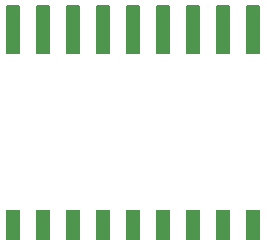
<source format=gbp>
G04 #@! TF.GenerationSoftware,KiCad,Pcbnew,8.0.7*
G04 #@! TF.CreationDate,2025-07-02T20:48:29-04:00*
G04 #@! TF.ProjectId,ESP32_laptop-midi,45535033-325f-46c6-9170-746f702d6d69,rev?*
G04 #@! TF.SameCoordinates,Original*
G04 #@! TF.FileFunction,Paste,Bot*
G04 #@! TF.FilePolarity,Positive*
%FSLAX46Y46*%
G04 Gerber Fmt 4.6, Leading zero omitted, Abs format (unit mm)*
G04 Created by KiCad (PCBNEW 8.0.7) date 2025-07-02 20:48:29*
%MOMM*%
%LPD*%
G01*
G04 APERTURE LIST*
G04 Aperture macros list*
%AMFreePoly0*
4,1,11,0.558779,3.080902,0.595106,3.030902,0.600000,3.000000,0.600000,-1.000000,-0.600000,-1.000000,-0.600000,3.000000,-0.580902,3.058779,-0.530902,3.095106,-0.500000,3.100000,0.500000,3.100000,0.558779,3.080902,0.558779,3.080902,$1*%
G04 Aperture macros list end*
%ADD10FreePoly0,0.000000*%
%ADD11FreePoly0,180.000000*%
G04 APERTURE END LIST*
D10*
X154840000Y-33380000D03*
X157380000Y-33380000D03*
X159920000Y-33380000D03*
X162460000Y-33380000D03*
X165000000Y-33380000D03*
X167540000Y-33380000D03*
X170080000Y-33380000D03*
X172620000Y-33380000D03*
X175160000Y-33380000D03*
D11*
X175160000Y-48620000D03*
X172620000Y-48620000D03*
X170080000Y-48620000D03*
X167540000Y-48620000D03*
X165000000Y-48620000D03*
X162460000Y-48620000D03*
X159920000Y-48620000D03*
X157380000Y-48620000D03*
X154840000Y-48620000D03*
M02*

</source>
